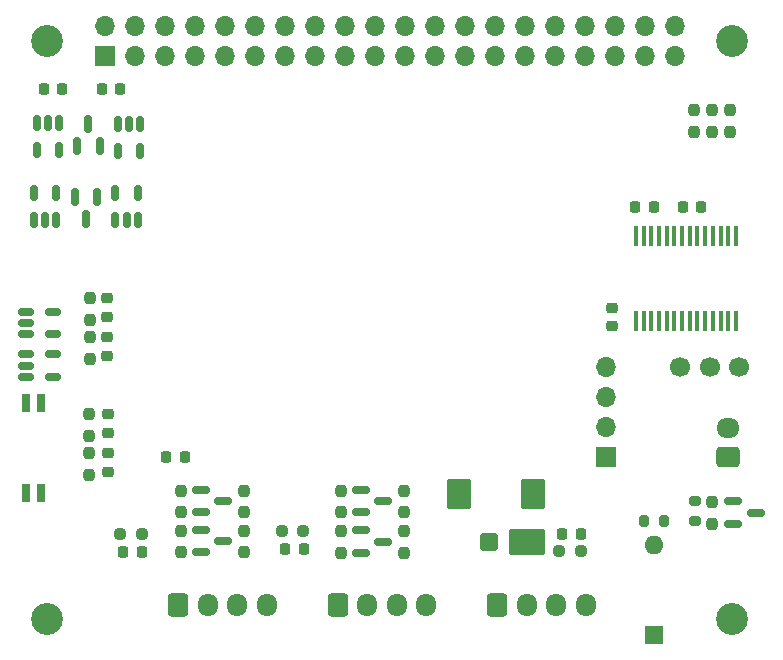
<source format=gts>
%TF.GenerationSoftware,KiCad,Pcbnew,7.0.9*%
%TF.CreationDate,2024-12-01T07:09:43+09:00*%
%TF.ProjectId,raspi_comm_if_hat,72617370-695f-4636-9f6d-6d5f69665f68,rev?*%
%TF.SameCoordinates,PX5f5e100PY68e7780*%
%TF.FileFunction,Soldermask,Top*%
%TF.FilePolarity,Negative*%
%FSLAX46Y46*%
G04 Gerber Fmt 4.6, Leading zero omitted, Abs format (unit mm)*
G04 Created by KiCad (PCBNEW 7.0.9) date 2024-12-01 07:09:43*
%MOMM*%
%LPD*%
G01*
G04 APERTURE LIST*
G04 Aperture macros list*
%AMRoundRect*
0 Rectangle with rounded corners*
0 $1 Rounding radius*
0 $2 $3 $4 $5 $6 $7 $8 $9 X,Y pos of 4 corners*
0 Add a 4 corners polygon primitive as box body*
4,1,4,$2,$3,$4,$5,$6,$7,$8,$9,$2,$3,0*
0 Add four circle primitives for the rounded corners*
1,1,$1+$1,$2,$3*
1,1,$1+$1,$4,$5*
1,1,$1+$1,$6,$7*
1,1,$1+$1,$8,$9*
0 Add four rect primitives between the rounded corners*
20,1,$1+$1,$2,$3,$4,$5,0*
20,1,$1+$1,$4,$5,$6,$7,0*
20,1,$1+$1,$6,$7,$8,$9,0*
20,1,$1+$1,$8,$9,$2,$3,0*%
G04 Aperture macros list end*
%ADD10R,1.600000X1.600000*%
%ADD11O,1.600000X1.600000*%
%ADD12RoundRect,0.250000X1.300000X0.850000X-1.300000X0.850000X-1.300000X-0.850000X1.300000X-0.850000X0*%
%ADD13RoundRect,0.250000X0.500000X0.510000X-0.500000X0.510000X-0.500000X-0.510000X0.500000X-0.510000X0*%
%ADD14RoundRect,0.237500X-0.237500X0.250000X-0.237500X-0.250000X0.237500X-0.250000X0.237500X0.250000X0*%
%ADD15R,0.760000X1.600000*%
%ADD16RoundRect,0.250000X-0.600000X-0.725000X0.600000X-0.725000X0.600000X0.725000X-0.600000X0.725000X0*%
%ADD17O,1.700000X1.950000*%
%ADD18RoundRect,0.150000X-0.587500X-0.150000X0.587500X-0.150000X0.587500X0.150000X-0.587500X0.150000X0*%
%ADD19C,2.700000*%
%ADD20RoundRect,0.237500X0.250000X0.237500X-0.250000X0.237500X-0.250000X-0.237500X0.250000X-0.237500X0*%
%ADD21RoundRect,0.225000X0.225000X0.250000X-0.225000X0.250000X-0.225000X-0.250000X0.225000X-0.250000X0*%
%ADD22RoundRect,0.150000X-0.512500X-0.150000X0.512500X-0.150000X0.512500X0.150000X-0.512500X0.150000X0*%
%ADD23RoundRect,0.225000X-0.225000X-0.250000X0.225000X-0.250000X0.225000X0.250000X-0.225000X0.250000X0*%
%ADD24C,1.700000*%
%ADD25RoundRect,0.225000X0.250000X-0.225000X0.250000X0.225000X-0.250000X0.225000X-0.250000X-0.225000X0*%
%ADD26RoundRect,0.218750X-0.256250X0.218750X-0.256250X-0.218750X0.256250X-0.218750X0.256250X0.218750X0*%
%ADD27RoundRect,0.218750X0.218750X0.256250X-0.218750X0.256250X-0.218750X-0.256250X0.218750X-0.256250X0*%
%ADD28RoundRect,0.150000X0.150000X-0.587500X0.150000X0.587500X-0.150000X0.587500X-0.150000X-0.587500X0*%
%ADD29RoundRect,0.250000X0.787500X1.025000X-0.787500X1.025000X-0.787500X-1.025000X0.787500X-1.025000X0*%
%ADD30RoundRect,0.250000X0.725000X-0.600000X0.725000X0.600000X-0.725000X0.600000X-0.725000X-0.600000X0*%
%ADD31O,1.950000X1.700000*%
%ADD32RoundRect,0.150000X0.150000X-0.512500X0.150000X0.512500X-0.150000X0.512500X-0.150000X-0.512500X0*%
%ADD33RoundRect,0.150000X-0.150000X0.512500X-0.150000X-0.512500X0.150000X-0.512500X0.150000X0.512500X0*%
%ADD34RoundRect,0.200000X0.275000X-0.200000X0.275000X0.200000X-0.275000X0.200000X-0.275000X-0.200000X0*%
%ADD35RoundRect,0.150000X-0.150000X0.587500X-0.150000X-0.587500X0.150000X-0.587500X0.150000X0.587500X0*%
%ADD36R,1.700000X1.700000*%
%ADD37O,1.700000X1.700000*%
%ADD38RoundRect,0.200000X-0.200000X-0.275000X0.200000X-0.275000X0.200000X0.275000X-0.200000X0.275000X0*%
%ADD39R,0.450000X1.750000*%
G04 APERTURE END LIST*
D10*
%TO.C,SW1*%
X54900000Y2200000D03*
D11*
X54900000Y9820000D03*
%TD*%
D12*
%TO.C,D2*%
X44110000Y10100000D03*
D13*
X40890000Y10100000D03*
%TD*%
D14*
%TO.C,R11*%
X7062500Y17600000D03*
X7062500Y15775000D03*
%TD*%
D15*
%TO.C,SW2*%
X2985000Y21810000D03*
X1715000Y21810000D03*
X1715000Y14190000D03*
X2985000Y14190000D03*
%TD*%
D16*
%TO.C,J6*%
X28100000Y4700000D03*
D17*
X30600000Y4700000D03*
X33100000Y4700000D03*
X35600000Y4700000D03*
%TD*%
D14*
%TO.C,R17*%
X20168750Y14412500D03*
X20168750Y12587500D03*
%TD*%
D18*
%TO.C,Q1*%
X61612500Y13500000D03*
X61612500Y11600000D03*
X63487500Y12550000D03*
%TD*%
D19*
%TO.C,H4*%
X61500000Y3500000D03*
%TD*%
D20*
%TO.C,R1*%
X48702500Y9260000D03*
X46877500Y9260000D03*
%TD*%
D14*
%TO.C,R16*%
X20168750Y11012500D03*
X20168750Y9187500D03*
%TD*%
D21*
%TO.C,C2*%
X9675000Y48450000D03*
X8125000Y48450000D03*
%TD*%
D18*
%TO.C,Q3*%
X16543750Y14500000D03*
X16543750Y12600000D03*
X18418750Y13550000D03*
%TD*%
D19*
%TO.C,H2*%
X61500000Y52500000D03*
%TD*%
D21*
%TO.C,C9*%
X25225000Y9450000D03*
X23675000Y9450000D03*
%TD*%
D22*
%TO.C,U3*%
X1762500Y29550000D03*
X1762500Y28600000D03*
X1762500Y27650000D03*
X4037500Y27650000D03*
X4037500Y29550000D03*
%TD*%
D14*
%TO.C,R2*%
X58300000Y46612500D03*
X58300000Y44787500D03*
%TD*%
D23*
%TO.C,C3*%
X13600000Y17250000D03*
X15150000Y17250000D03*
%TD*%
D24*
%TO.C,Y1*%
X62100000Y24900000D03*
X59600000Y24900000D03*
X57100000Y24900000D03*
%TD*%
D25*
%TO.C,C6*%
X51300000Y28325000D03*
X51300000Y29875000D03*
%TD*%
D26*
%TO.C,D6*%
X8600000Y27375000D03*
X8600000Y25800000D03*
%TD*%
D27*
%TO.C,D1*%
X48687500Y10750000D03*
X47112500Y10750000D03*
%TD*%
D28*
%TO.C,U7*%
X6050000Y43562500D03*
X7950000Y43562500D03*
X7000000Y45437500D03*
%TD*%
D29*
%TO.C,C4*%
X44612500Y14100000D03*
X38387500Y14100000D03*
%TD*%
D14*
%TO.C,R9*%
X59837500Y13412500D03*
X59837500Y11587500D03*
%TD*%
D30*
%TO.C,J4*%
X61200000Y17250000D03*
D31*
X61200000Y19750000D03*
%TD*%
D32*
%TO.C,U8*%
X2400000Y37300000D03*
X3350000Y37300000D03*
X4300000Y37300000D03*
X4300000Y39575000D03*
X2400000Y39575000D03*
%TD*%
D14*
%TO.C,R3*%
X59800000Y46612500D03*
X59800000Y44787500D03*
%TD*%
D16*
%TO.C,J1*%
X41600000Y4700000D03*
D17*
X44100000Y4700000D03*
X46600000Y4700000D03*
X49100000Y4700000D03*
%TD*%
D18*
%TO.C,Q4*%
X30100000Y11050000D03*
X30100000Y9150000D03*
X31975000Y10100000D03*
%TD*%
D20*
%TO.C,R8*%
X25212500Y10950000D03*
X23387500Y10950000D03*
%TD*%
D16*
%TO.C,J3*%
X14600000Y4700000D03*
D17*
X17100000Y4700000D03*
X19600000Y4700000D03*
X22100000Y4700000D03*
%TD*%
D14*
%TO.C,R14*%
X14818750Y14412500D03*
X14818750Y12587500D03*
%TD*%
%TO.C,R12*%
X7100000Y30712500D03*
X7100000Y28887500D03*
%TD*%
D22*
%TO.C,U2*%
X1762500Y25950000D03*
X1762500Y25000000D03*
X1762500Y24050000D03*
X4037500Y24050000D03*
X4037500Y25950000D03*
%TD*%
D14*
%TO.C,R18*%
X28387500Y14412500D03*
X28387500Y12587500D03*
%TD*%
D33*
%TO.C,U5*%
X11400000Y45450000D03*
X10450000Y45450000D03*
X9500000Y45450000D03*
X9500000Y43175000D03*
X11400000Y43175000D03*
%TD*%
D20*
%TO.C,R7*%
X11512500Y10750000D03*
X9687500Y10750000D03*
%TD*%
D14*
%TO.C,R21*%
X33687500Y14412500D03*
X33687500Y12587500D03*
%TD*%
%TO.C,R15*%
X14818750Y11012500D03*
X14818750Y9187500D03*
%TD*%
D18*
%TO.C,Q5*%
X30100000Y14500000D03*
X30100000Y12600000D03*
X31975000Y13550000D03*
%TD*%
D14*
%TO.C,R10*%
X7062500Y20900000D03*
X7062500Y19075000D03*
%TD*%
D26*
%TO.C,D3*%
X8662500Y20875000D03*
X8662500Y19300000D03*
%TD*%
D23*
%TO.C,C7*%
X53325000Y38400000D03*
X54875000Y38400000D03*
%TD*%
D21*
%TO.C,C8*%
X11525000Y9250000D03*
X9975000Y9250000D03*
%TD*%
D34*
%TO.C,R6*%
X58337500Y11850000D03*
X58337500Y13500000D03*
%TD*%
D14*
%TO.C,R4*%
X61300000Y46612500D03*
X61300000Y44787500D03*
%TD*%
D33*
%TO.C,U9*%
X4550000Y45500000D03*
X3600000Y45500000D03*
X2650000Y45500000D03*
X2650000Y43225000D03*
X4550000Y43225000D03*
%TD*%
D14*
%TO.C,R19*%
X28387500Y10962500D03*
X28387500Y9137500D03*
%TD*%
D18*
%TO.C,Q2*%
X16543750Y11100000D03*
X16543750Y9200000D03*
X18418750Y10150000D03*
%TD*%
D26*
%TO.C,D5*%
X8600000Y30687500D03*
X8600000Y29112500D03*
%TD*%
D19*
%TO.C,H1*%
X3500000Y52500000D03*
%TD*%
D32*
%TO.C,U4*%
X9300000Y37300000D03*
X10250000Y37300000D03*
X11200000Y37300000D03*
X11200000Y39575000D03*
X9300000Y39575000D03*
%TD*%
D35*
%TO.C,U6*%
X7750000Y39243750D03*
X5850000Y39243750D03*
X6800000Y37368750D03*
%TD*%
D36*
%TO.C,J5*%
X50850000Y17250000D03*
D37*
X50850000Y19790000D03*
X50850000Y22330000D03*
X50850000Y24870000D03*
%TD*%
D38*
%TO.C,R5*%
X54075000Y11800000D03*
X55725000Y11800000D03*
%TD*%
D21*
%TO.C,C5*%
X58875000Y38400000D03*
X57325000Y38400000D03*
%TD*%
D26*
%TO.C,D4*%
X8662500Y17575000D03*
X8662500Y16000000D03*
%TD*%
D14*
%TO.C,R13*%
X7100000Y27400000D03*
X7100000Y25575000D03*
%TD*%
D23*
%TO.C,C1*%
X3225000Y48450000D03*
X4775000Y48450000D03*
%TD*%
D39*
%TO.C,U1*%
X53375000Y28800000D03*
X54025000Y28800000D03*
X54675000Y28800000D03*
X55325000Y28800000D03*
X55975000Y28800000D03*
X56625000Y28800000D03*
X57275000Y28800000D03*
X57925000Y28800000D03*
X58575000Y28800000D03*
X59225000Y28800000D03*
X59875000Y28800000D03*
X60525000Y28800000D03*
X61175000Y28800000D03*
X61825000Y28800000D03*
X61825000Y36000000D03*
X61175000Y36000000D03*
X60525000Y36000000D03*
X59875000Y36000000D03*
X59225000Y36000000D03*
X58575000Y36000000D03*
X57925000Y36000000D03*
X57275000Y36000000D03*
X56625000Y36000000D03*
X55975000Y36000000D03*
X55325000Y36000000D03*
X54675000Y36000000D03*
X54025000Y36000000D03*
X53375000Y36000000D03*
%TD*%
D19*
%TO.C,H3*%
X3500000Y3500000D03*
%TD*%
D14*
%TO.C,R20*%
X33687500Y10962500D03*
X33687500Y9137500D03*
%TD*%
D36*
%TO.C,J2*%
X8400000Y51210000D03*
D37*
X8400000Y53750000D03*
X10940000Y51210000D03*
X10940000Y53750000D03*
X13480000Y51210000D03*
X13480000Y53750000D03*
X16020000Y51210000D03*
X16020000Y53750000D03*
X18560000Y51210000D03*
X18560000Y53750000D03*
X21100000Y51210000D03*
X21100000Y53750000D03*
X23640000Y51210000D03*
X23640000Y53750000D03*
X26180000Y51210000D03*
X26180000Y53750000D03*
X28720000Y51210000D03*
X28720000Y53750000D03*
X31260000Y51210000D03*
X31260000Y53750000D03*
X33800000Y51210000D03*
X33800000Y53750000D03*
X36340000Y51210000D03*
X36340000Y53750000D03*
X38880000Y51210000D03*
X38880000Y53750000D03*
X41420000Y51210000D03*
X41420000Y53750000D03*
X43960000Y51210000D03*
X43960000Y53750000D03*
X46500000Y51210000D03*
X46500000Y53750000D03*
X49040000Y51210000D03*
X49040000Y53750000D03*
X51580000Y51210000D03*
X51580000Y53750000D03*
X54120000Y51210000D03*
X54120000Y53750000D03*
X56660000Y51210000D03*
X56660000Y53750000D03*
%TD*%
M02*

</source>
